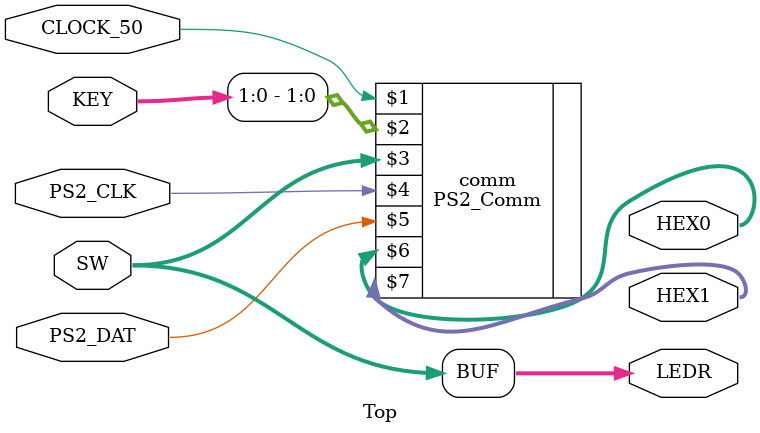
<source format=sv>

`default_nettype none

module Top (CLOCK_50, KEY, SW, HEX0, HEX1, LEDR, 
        PS2_CLK, PS2_DAT);
    input  logic         CLOCK_50;   // DE-series 50 MHz clock signal
    input  logic [ 3: 0] KEY;        // DE-series pushbuttons
    input  logic [ 9: 0] SW;         // DE-series switches
    output logic [ 6: 0] HEX0;       // DE-series HEX displays
    output logic [ 6: 0] HEX1;
    output logic [ 9: 0] LEDR;       // DE-series LEDs

    inout  wire          PS2_CLK;    // PS/2 Clock
    inout  wire          PS2_DAT;    // PS/2 Data

    assign LEDR = SW;

    PS2_Comm comm(CLOCK_50, KEY[1:0], SW, PS2_CLK, PS2_DAT, HEX0, HEX1);

endmodule


</source>
